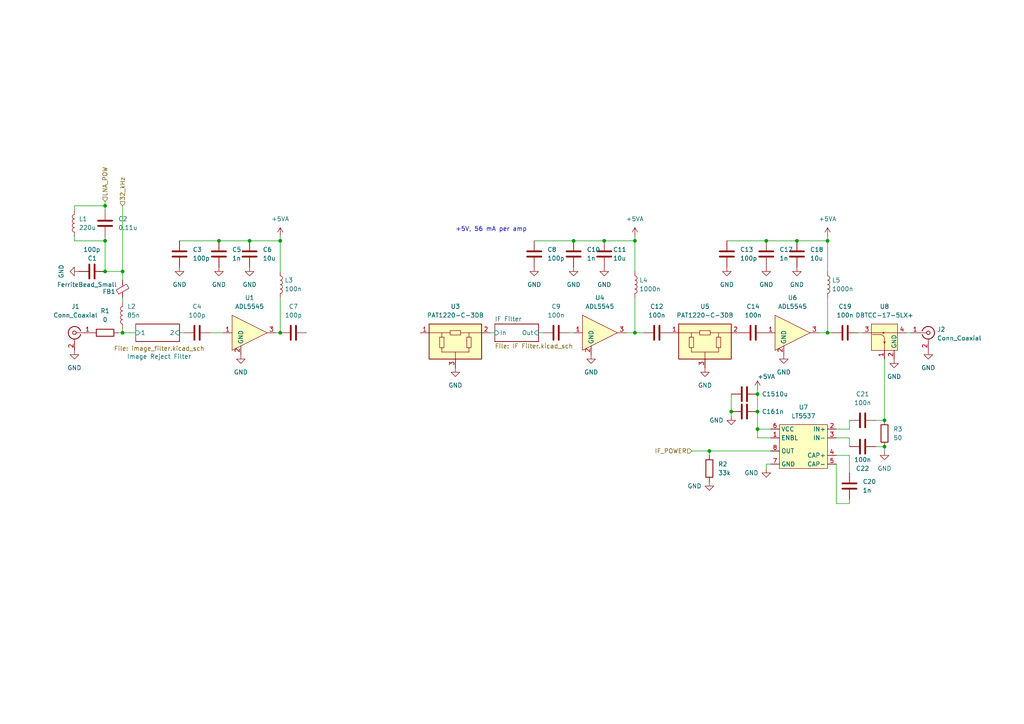
<source format=kicad_sch>
(kicad_sch (version 20211123) (generator eeschema)
  (paper "A4")
  (lib_symbols
    (symbol "Connector:Conn_Coaxial" (pin_names (offset 1.016) hide)
      (property "Reference" "J" (at 0.254 3.048 0))
      (property "Value" "Conn_Coaxial" (at 2.921 0 90))
      (symbol "Conn_Coaxial_0_1"
        (arc (start -1.778 -0.508) (mid 0.222 -1.808) (end 1.778 0) (stroke (width 0.254)))
        (polyline (pts (xy -2.54 0) (xy -0.508 0)))
        (polyline (pts (xy 0 -2.54) (xy 0 -1.778)))
        (circle (center 0 0) (radius 0.508) (stroke (width 0.2032)))
        (arc (start 1.778 0) (mid 0.222 1.8083) (end -1.778 0.508) (stroke (width 0.254)))
      )
      (symbol "Conn_Coaxial_1_1"
        (pin passive line (at -5.08 0 0) (length 2.54) (name "In") (number "1"))
        (pin passive line (at 0 -5.08 90) (length 2.54) (name "Ext") (number "2"))
      )
    )
    (symbol "Device:C" (pin_numbers hide) (pin_names (offset 0.254))
      (property "Reference" "C" (at 0.635 2.54 0))
      (property "Value" "C" (at 0.635 -2.54 0))
      (symbol "C_0_1"
        (polyline (pts (xy -2.032 -0.762) (xy 2.032 -0.762)) (stroke (width 0.508)))
        (polyline (pts (xy -2.032 0.762) (xy 2.032 0.762)) (stroke (width 0.508)))
      )
      (symbol "C_1_1"
        (pin passive line (at 0 3.81 270) (length 2.794) (name "~") (number "1"))
        (pin passive line (at 0 -3.81 90) (length 2.794) (name "~") (number "2"))
      )
    )
    (symbol "Device:FerriteBead_Small" (pin_numbers hide) (pin_names (offset 0))
      (property "Reference" "FB" (at 1.905 1.27 0))
      (property "Value" "FerriteBead_Small" (at 1.905 -1.27 0))
      (symbol "FerriteBead_Small_0_1"
        (polyline (pts (xy 0 -1.27) (xy 0 -0.7874)))
        (polyline (pts (xy 0 0.889) (xy 0 1.2954)))
        (polyline (pts (xy -1.8288 0.2794) (xy -1.1176 1.4986) (xy 1.8288 -0.2032) (xy 1.1176 -1.4224) (xy -1.8288 0.2794)))
      )
      (symbol "FerriteBead_Small_1_1"
        (pin passive line (at 0 2.54 270) (length 1.27) (name "~") (number "1"))
        (pin passive line (at 0 -2.54 90) (length 1.27) (name "~") (number "2"))
      )
    )
    (symbol "Device:L" (pin_numbers hide) (pin_names (offset 1.016) hide)
      (property "Reference" "L" (at -1.27 0 90))
      (property "Value" "L" (at 1.905 0 90))
      (symbol "L_0_1"
        (arc (start 0 -2.54) (mid 0.635 -1.905) (end 0 -1.27))
        (arc (start 0 -1.27) (mid 0.635 -0.635) (end 0 0))
        (arc (start 0 0) (mid 0.635 0.635) (end 0 1.27))
        (arc (start 0 1.27) (mid 0.635 1.905) (end 0 2.54))
      )
      (symbol "L_1_1"
        (pin passive line (at 0 3.81 270) (length 1.27) (name "1") (number "1"))
        (pin passive line (at 0 -3.81 90) (length 1.27) (name "2") (number "2"))
      )
    )
    (symbol "Device:R" (pin_numbers hide) (pin_names (offset 0))
      (property "Reference" "R" (at 2.032 0 90))
      (property "Value" "R" (at 0 0 90))
      (symbol "R_0_1"
        (rectangle (start -1.016 -2.54) (end 1.016 2.54) (stroke (width 0.254)))
      )
      (symbol "R_1_1"
        (pin passive line (at 0 3.81 270) (length 1.27) (name "~") (number "1"))
        (pin passive line (at 0 -3.81 90) (length 1.27) (name "~") (number "2"))
      )
    )
    (symbol "Project Library:ADL5545"
      (property "Reference" "U" (at 0 3.81 0))
      (property "Value" "ADL5545" (at 0 6.35 0))
      (symbol "ADL5545_0_1"
        (polyline (pts (xy -5.08 5.08) (xy -5.08 -5.08) (xy 5.08 0) (xy -5.08 5.08)) (fill (type background)))
      )
      (symbol "ADL5545_1_1"
        (pin input line (at -7.62 0 0) (length 2.54) (name "") (number "1"))
        (pin output line (at -2.54 -6.35 90) (length 2.54) (name "GND") (number "2"))
        (pin output line (at 7.62 0 180) (length 2.54) (name "") (number "3"))
      )
    )
    (symbol "Project Library:DBTCC-17-5LX+"
      (property "Reference" "U" (at 0 5.08 0))
      (property "Value" "DBTCC-17-5LX+" (at 1.27 7.62 0))
      (symbol "DBTCC-17-5LX+_0_1"
        (rectangle (start -3.81 3.81) (end 3.81 -3.81) (fill (type background)))
        (polyline (pts (xy -3.81 1.27) (xy 3.81 1.27)))
        (polyline (pts (xy -1.27 -2.54) (xy -1.27 -2.54)))
        (polyline (pts (xy -1.27 -1.27) (xy -1.27 -1.27)))
        (polyline (pts (xy -1.27 0.762) (xy -3.556 0.762)))
        (polyline (pts (xy 0 -1.778) (xy -0.254 -1.27)))
        (polyline (pts (xy 0 -1.778) (xy 0.254 -1.27)))
        (polyline (pts (xy 0 -0.508) (xy 0 -3.81)))
        (polyline (pts (xy 0 1.27) (xy -0.508 1.016)))
        (polyline (pts (xy 0 1.27) (xy -0.508 1.524)))
        (arc (start 0.0025 -0.5055) (mid -0.3702 0.3918) (end -1.2675 0.7645))
      )
      (symbol "DBTCC-17-5LX+_1_1"
        (pin output line (at 0 -6.35 90) (length 2.54) (name "") (number "1"))
        (pin output line (at 2.794 -6.35 90) (length 2.54) (name "GND") (number "2"))
        (pin input line (at -6.35 1.27 0) (length 2.54) (name "") (number "3"))
        (pin output line (at 6.35 1.27 180) (length 2.54) (name "") (number "4"))
      )
    )
    (symbol "Project Library:LT5537"
      (property "Reference" "U" (at 0 7.62 0))
      (property "Value" "LT5537" (at 0 10.16 0))
      (symbol "LT5537_0_1"
        (rectangle (start -6.35 6.35) (end 7.62 -6.35) (fill (type background)))
      )
      (symbol "LT5537_1_1"
        (pin input line (at 10.16 2.54 180) (length 2.54) (name "ENBL") (number "1"))
        (pin input line (at -8.89 5.08 0) (length 2.54) (name "IN+") (number "2"))
        (pin input line (at -8.89 2.54 0) (length 2.54) (name "IN-") (number "3"))
        (pin input line (at -8.89 -2.54 0) (length 2.54) (name "CAP+") (number "4"))
        (pin input line (at -8.89 -5.08 0) (length 2.54) (name "CAP-") (number "5"))
        (pin power_in line (at 10.16 5.08 180) (length 2.54) (name "VCC") (number "6"))
        (pin power_in line (at 10.16 -5.08 180) (length 2.54) (name "GND") (number "7"))
        (pin output line (at 10.16 -1.27 180) (length 2.54) (name "OUT") (number "8"))
      )
    )
    (symbol "RF:PAT1220-C-3DB"
      (property "Reference" "U" (at -6.35 6.35 0))
      (property "Value" "PAT1220-C-3DB" (at 5.08 6.35 0))
      (symbol "PAT1220-C-3DB_0_1"
        (rectangle (start -7.62 5.08) (end 7.62 -5.08) (stroke (width 0.254)) (fill (type background)))
        (polyline (pts (xy -3.937 -3.048) (xy 3.937 -3.048)))
        (polyline (pts (xy -3.937 1.27) (xy -3.937 2.54)))
        (polyline (pts (xy -1.524 2.54) (xy -7.62 2.54)))
        (polyline (pts (xy 0 -5.08) (xy 0 -3.048)))
        (polyline (pts (xy 3.937 1.27) (xy 3.937 2.54)))
        (pin passive line (at 0 -7.62 90) (length 2.54) (name "~") (number "3"))
      )
      (symbol "PAT1220-C-3DB_1_1"
        (rectangle (start -4.572 -1.778) (end -3.302 1.27))
        (rectangle (start -1.524 3.175) (end 1.524 1.905))
        (polyline (pts (xy -3.937 -3.048) (xy -3.937 -1.778)))
        (polyline (pts (xy 3.937 -3.048) (xy 3.937 -1.778)))
        (polyline (pts (xy 7.62 2.54) (xy 1.524 2.54)))
        (rectangle (start 3.302 -1.778) (end 4.572 1.27))
        (pin passive line (at -10.16 2.54 0) (length 2.54) (name "~") (number "1"))
        (pin passive line (at 10.16 2.54 180) (length 2.54) (name "~") (number "2"))
      )
    )
    (symbol "power:+5VA" (power) (pin_names (offset 0))
      (property "Value" "+5VA" (at 0 3.556 0))
      (symbol "+5VA_0_1"
        (polyline (pts (xy -0.762 1.27) (xy 0 2.54)))
        (polyline (pts (xy 0 0) (xy 0 2.54)))
        (polyline (pts (xy 0 2.54) (xy 0.762 1.27)))
      )
      (symbol "+5VA_1_1"
        (pin power_in line (at 0 0 90) (length 0) hide (name "+5VA") (number "1"))
      )
    )
    (symbol "power:GND" (power) (pin_names (offset 0))
      (property "Value" "GND" (at 0 -3.81 0))
      (symbol "GND_0_1"
        (polyline (pts (xy 0 0) (xy 0 -1.27) (xy 1.27 -1.27) (xy 0 -2.54) (xy -1.27 -1.27) (xy 0 -1.27)))
      )
      (symbol "GND_1_1"
        (pin power_in line (at 0 0 270) (length 0) hide (name "GND") (number "1"))
      )
    )
  )
  (junction (at 30.48 59.69))
  (junction (at 166.37 69.85))
  (junction (at 63.5 69.85))
  (junction (at 212.09 119.38))
  (junction (at 205.74 130.81))
  (junction (at 175.26 69.85))
  (junction (at 81.28 96.52))
  (junction (at 240.03 69.85))
  (junction (at 72.39 69.85))
  (junction (at 35.56 96.52))
  (junction (at 219.71 124.46))
  (junction (at 256.54 129.54))
  (junction (at 35.56 78.74))
  (junction (at 240.03 96.52))
  (junction (at 219.71 119.38))
  (junction (at 256.54 121.92))
  (junction (at 231.14 69.85))
  (junction (at 30.48 78.74))
  (junction (at 184.15 69.85))
  (junction (at 184.15 96.52))
  (junction (at 219.71 114.3))
  (junction (at 81.28 69.85))
  (junction (at 222.25 69.85))
  (junction (at 30.48 69.85))
  (wire (pts (xy 184.15 86.36) (xy 184.15 96.52)))
  (wire (pts (xy 80.01 96.52) (xy 81.28 96.52)))
  (wire (pts (xy 181.61 96.52) (xy 184.15 96.52)))
  (wire (pts (xy 156.21 96.52) (xy 157.48 96.52)))
  (wire (pts (xy 240.03 78.74) (xy 240.03 69.85)))
  (wire (pts (xy 205.74 130.81) (xy 205.74 132.08)))
  (wire (pts (xy 21.59 69.85) (xy 30.48 69.85)))
  (wire (pts (xy 222.25 69.85) (xy 210.82 69.85)))
  (wire (pts (xy 165.1 96.52) (xy 166.37 96.52)))
  (wire (pts (xy 237.49 96.52) (xy 240.03 96.52)))
  (wire (pts (xy 200.66 130.81) (xy 205.74 130.81)))
  (wire (pts (xy 262.89 96.52) (xy 264.16 96.52)))
  (wire (pts (xy 246.38 146.05) (xy 246.38 144.78)))
  (wire (pts (xy 60.96 96.52) (xy 64.77 96.52)))
  (wire (pts (xy 222.25 134.62) (xy 222.25 135.89)))
  (wire (pts (xy 246.38 121.92) (xy 246.38 124.46)))
  (wire (pts (xy 21.59 59.69) (xy 30.48 59.69)))
  (wire (pts (xy 256.54 104.14) (xy 256.54 121.92)))
  (wire (pts (xy 219.71 119.38) (xy 219.71 114.3)))
  (wire (pts (xy 35.56 78.74) (xy 35.56 81.28)))
  (wire (pts (xy 246.38 124.46) (xy 242.57 124.46)))
  (wire (pts (xy 30.48 69.85) (xy 30.48 78.74)))
  (wire (pts (xy 219.71 114.3) (xy 219.71 113.03)))
  (wire (pts (xy 166.37 69.85) (xy 154.94 69.85)))
  (wire (pts (xy 246.38 129.54) (xy 246.38 127)))
  (wire (pts (xy 223.52 127) (xy 219.71 127)))
  (wire (pts (xy 35.56 96.52) (xy 39.37 96.52)))
  (wire (pts (xy 205.74 130.81) (xy 223.52 130.81)))
  (wire (pts (xy 223.52 134.62) (xy 222.25 134.62)))
  (wire (pts (xy 175.26 69.85) (xy 184.15 69.85)))
  (wire (pts (xy 248.92 96.52) (xy 250.19 96.52)))
  (wire (pts (xy 30.48 69.85) (xy 30.48 68.58)))
  (wire (pts (xy 231.14 69.85) (xy 222.25 69.85)))
  (wire (pts (xy 240.03 86.36) (xy 240.03 96.52)))
  (wire (pts (xy 30.48 78.74) (xy 35.56 78.74)))
  (wire (pts (xy 81.28 86.36) (xy 81.28 96.52)))
  (wire (pts (xy 242.57 146.05) (xy 246.38 146.05)))
  (wire (pts (xy 184.15 68.58) (xy 184.15 69.85)))
  (wire (pts (xy 256.54 129.54) (xy 256.54 130.81)))
  (wire (pts (xy 246.38 127) (xy 242.57 127)))
  (wire (pts (xy 212.09 114.3) (xy 212.09 119.38)))
  (wire (pts (xy 35.56 96.52) (xy 35.56 95.25)))
  (wire (pts (xy 254 129.54) (xy 256.54 129.54)))
  (wire (pts (xy 21.59 60.96) (xy 21.59 59.69)))
  (wire (pts (xy 219.71 127) (xy 219.71 124.46)))
  (wire (pts (xy 72.39 69.85) (xy 63.5 69.85)))
  (wire (pts (xy 142.24 96.52) (xy 143.51 96.52)))
  (wire (pts (xy 21.59 68.58) (xy 21.59 69.85)))
  (wire (pts (xy 212.09 119.38) (xy 212.09 120.65)))
  (wire (pts (xy 81.28 78.74) (xy 81.28 69.85)))
  (wire (pts (xy 240.03 96.52) (xy 241.3 96.52)))
  (wire (pts (xy 34.29 96.52) (xy 35.56 96.52)))
  (wire (pts (xy 242.57 132.08) (xy 246.38 132.08)))
  (wire (pts (xy 30.48 59.69) (xy 30.48 60.96)))
  (wire (pts (xy 219.71 124.46) (xy 219.71 119.38)))
  (wire (pts (xy 30.48 58.42) (xy 30.48 59.69)))
  (wire (pts (xy 35.56 59.69) (xy 35.56 78.74)))
  (wire (pts (xy 254 121.92) (xy 256.54 121.92)))
  (wire (pts (xy 81.28 68.58) (xy 81.28 69.85)))
  (wire (pts (xy 52.07 96.52) (xy 53.34 96.52)))
  (wire (pts (xy 223.52 124.46) (xy 219.71 124.46)))
  (wire (pts (xy 246.38 132.08) (xy 246.38 137.16)))
  (wire (pts (xy 63.5 69.85) (xy 52.07 69.85)))
  (wire (pts (xy 35.56 87.63) (xy 35.56 86.36)))
  (wire (pts (xy 240.03 69.85) (xy 231.14 69.85)))
  (wire (pts (xy 166.37 69.85) (xy 175.26 69.85)))
  (wire (pts (xy 242.57 134.62) (xy 242.57 146.05)))
  (wire (pts (xy 81.28 69.85) (xy 72.39 69.85)))
  (wire (pts (xy 184.15 78.74) (xy 184.15 69.85)))
  (wire (pts (xy 184.15 96.52) (xy 186.69 96.52)))
  (wire (pts (xy 240.03 68.58) (xy 240.03 69.85)))
  (text "+5V, 56 mA per amp\n" (at 132.08 67.31 0) (effects (font (size 1.27 1.27)) (justify left bottom)))
  (hierarchical_label "IF_POWER" (shape input) (at 200.66 130.81 180))
  (hierarchical_label "32_kHz" (shape input) (at 35.56 59.69 90))
  (hierarchical_label "LNA_POW" (shape input) (at 30.48 58.42 90))
  (symbol (lib_id "power:GND") (at 231.14 77.47 0)
    (property "Reference" "#PWR023" (effects hide))
    (property "Value" "GND" (at 231.14 82.55 0))
  )
  (symbol (lib_id "Connector:Conn_Coaxial") (at 21.59 96.52 0) (mirror y)
    (property "Reference" "J1" (at 21.9074 88.9 0))
    (property "Value" "Conn_Coaxial" (at 21.9074 91.44 0))
    (property "Footprint" "Library:SMA_Samtec_SMA-J-P-X-ST-EM1_EdgeMount" (effects hide))
    (property "Datasheet" " ~" (effects hide))
  )
  (symbol (lib_id "Device:C") (at 161.29 96.52 90)
    (property "Reference" "C9" (at 161.29 88.9 90))
    (property "Value" "100n" (at 161.29 91.44 90))
    (property "Footprint" "Capacitor_SMD:C_0402_1005Metric" (effects hide))
  )
  (symbol (lib_id "power:GND") (at 205.74 139.7 0)
    (property "Reference" "#PWR016" (effects hide))
    (property "Value" "GND" (at 199.39 140.97 0) (effects (justify left)))
  )
  (symbol (lib_id "power:GND") (at 132.08 106.68 0)
    (property "Reference" "#PWR09" (effects hide))
    (property "Value" "GND" (at 132.08 111.76 0))
  )
  (symbol (lib_id "power:GND") (at 222.25 77.47 0)
    (property "Reference" "#PWR020" (effects hide))
    (property "Value" "GND" (at 222.25 82.55 0))
  )
  (symbol (lib_id "Device:C") (at 30.48 64.77 0)
    (property "Reference" "C2" (at 34.29 63.4999 0) (effects (justify left)))
    (property "Value" "0.11u" (at 34.29 66.0399 0) (effects (justify left)))
  )
  (symbol (lib_id "power:GND") (at 22.86 78.74 270) (mirror x)
    (property "Reference" "#PWR02" (effects hide))
    (property "Value" "GND" (at 17.78 78.74 0))
  )
  (symbol (lib_id "Device:C") (at 190.5 96.52 90)
    (property "Reference" "C12" (at 190.5 88.9 90))
    (property "Value" "100n" (at 190.5 91.44 90))
    (property "Footprint" "Capacitor_SMD:C_0402_1005Metric" (effects hide))
  )
  (symbol (lib_id "power:GND") (at 204.47 106.68 0)
    (property "Reference" "#PWR015" (effects hide))
    (property "Value" "GND" (at 204.47 111.76 0))
  )
  (symbol (lib_id "power:GND") (at 69.85 102.87 0)
    (property "Reference" "#PWR05" (effects hide))
    (property "Value" "GND" (at 69.85 107.95 0))
  )
  (symbol (lib_id "Device:C") (at 250.19 121.92 90)
    (property "Reference" "C21" (at 250.19 114.3 90))
    (property "Value" "100n" (at 250.19 116.84 90))
    (property "Footprint" "Capacitor_SMD:C_0402_1005Metric" (effects hide))
  )
  (symbol (lib_id "power:GND") (at 259.334 104.14 0)
    (property "Reference" "#PWR026" (effects hide))
    (property "Value" "GND" (at 259.334 109.22 0))
  )
  (symbol (lib_id "Device:R") (at 30.48 96.52 90)
    (property "Reference" "R1" (at 30.48 90.17 90))
    (property "Value" "0" (at 30.48 92.71 90))
    (property "Footprint" "Resistor_SMD:R_0402_1005Metric" (effects hide))
  )
  (symbol (lib_id "power:GND") (at 63.5 77.47 0)
    (property "Reference" "#PWR04" (effects hide))
    (property "Value" "GND" (at 63.5 82.55 0))
  )
  (symbol (lib_id "Device:C") (at 85.09 96.52 90)
    (property "Reference" "C7" (at 85.09 88.9 90))
    (property "Value" "100p" (at 85.09 91.44 90))
    (property "Footprint" "Capacitor_SMD:C_0402_1005Metric" (effects hide))
  )
  (symbol (lib_id "power:GND") (at 154.94 77.47 0)
    (property "Reference" "#PWR010" (effects hide))
    (property "Value" "GND" (at 154.94 82.55 0))
  )
  (symbol (lib_id "Device:C") (at 63.5 73.66 180)
    (property "Reference" "C5" (at 67.31 72.3899 0) (effects (justify right)))
    (property "Value" "1n" (at 67.31 74.9299 0) (effects (justify right)))
    (property "Footprint" "Capacitor_SMD:C_0603_1608Metric" (effects hide))
  )
  (symbol (lib_id "power:+5VA") (at 240.03 68.58 0)
    (property "Reference" "#PWR024" (effects hide))
    (property "Value" "+5VA" (at 240.03 63.5 0))
  )
  (symbol (lib_id "power:GND") (at 171.45 102.87 0)
    (property "Reference" "#PWR012" (effects hide))
    (property "Value" "GND" (at 171.45 107.95 0))
  )
  (symbol (lib_id "RF:PAT1220-C-3DB") (at 204.47 99.06 0)
    (property "Reference" "U5" (at 204.47 88.9 0))
    (property "Value" "PAT1220-C-3DB" (at 204.47 91.44 0))
    (property "Footprint" "RF_Converter:RF_Attenuator_Susumu_PAT1220" (effects hide))
    (property "Datasheet" "https://www.susumu.co.jp/common/pdf/n_catalog_partition16_en.pdf" (effects hide))
  )
  (symbol (lib_id "Device:C") (at 245.11 96.52 90)
    (property "Reference" "C19" (at 245.11 88.9 90))
    (property "Value" "100n" (at 245.11 91.44 90))
    (property "Footprint" "Capacitor_SMD:C_0402_1005Metric" (effects hide))
  )
  (symbol (lib_id "Device:FerriteBead_Small") (at 35.56 83.82 0) (mirror x)
    (property "Reference" "FB1" (at 29.718 84.582 0) (effects (justify left)))
    (property "Value" "FerriteBead_Small" (at 16.51 82.55 0) (effects (justify left)))
  )
  (symbol (lib_id "Device:C") (at 175.26 73.66 180)
    (property "Reference" "C11" (at 177.8 72.39 0) (effects (justify right)))
    (property "Value" "10u" (at 177.8 74.93 0) (effects (justify right)))
    (property "Footprint" "Capacitor_SMD:C_1206_3216Metric" (effects hide))
  )
  (symbol (lib_id "Device:C") (at 52.07 73.66 180)
    (property "Reference" "C3" (at 55.88 72.3899 0) (effects (justify right)))
    (property "Value" "100p" (at 55.88 74.9299 0) (effects (justify right)))
    (property "Footprint" "Capacitor_SMD:C_0603_1608Metric" (effects hide))
  )
  (symbol (lib_id "Device:C") (at 250.19 129.54 90)
    (property "Reference" "C22" (at 250.19 135.89 90))
    (property "Value" "100n" (at 250.19 133.35 90))
    (property "Footprint" "Capacitor_SMD:C_0402_1005Metric" (effects hide))
  )
  (symbol (lib_id "Device:C") (at 72.39 73.66 180)
    (property "Reference" "C6" (at 76.2 72.3899 0) (effects (justify right)))
    (property "Value" "10u" (at 76.2 74.9299 0) (effects (justify right)))
    (property "Footprint" "Capacitor_SMD:C_1206_3216Metric" (effects hide))
  )
  (symbol (lib_id "Connector:Conn_Coaxial") (at 269.24 96.52 0)
    (property "Reference" "J2" (at 271.78 95.5431 0) (effects (justify left)))
    (property "Value" "Conn_Coaxial" (at 271.78 98.0831 0) (effects (justify left)))
    (property "Footprint" "Library:SMA_Samtec_SMA-J-P-X-ST-EM1_EdgeMount" (effects hide))
    (property "Datasheet" " ~" (effects hide))
  )
  (symbol (lib_id "power:GND") (at 222.25 135.89 0)
    (property "Reference" "#PWR021" (effects hide))
    (property "Value" "GND" (at 215.9 137.16 0) (effects (justify left)))
  )
  (symbol (lib_id "Device:C") (at 57.15 96.52 90)
    (property "Reference" "C4" (at 57.15 88.9 90))
    (property "Value" "100p" (at 57.15 91.44 90))
    (property "Footprint" "Capacitor_SMD:C_0402_1005Metric" (effects hide))
  )
  (symbol (lib_id "Project Library:DBTCC-17-5LX+") (at 256.54 97.79 0)
    (property "Reference" "U8" (at 256.54 88.9 0))
    (property "Value" "DBTCC-17-5LX+" (at 256.54 91.44 0))
    (property "Footprint" "Library:AT1642" (effects hide))
    (property "Datasheet" "https://www.minicircuits.com/pdfs/DBTC-17-5LX+.pdf" (effects hide))
  )
  (symbol (lib_id "power:GND") (at 227.33 102.87 0)
    (property "Reference" "#PWR022" (effects hide))
    (property "Value" "GND" (at 227.33 107.95 0))
  )
  (symbol (lib_id "Project Library:ADL5545") (at 229.87 96.52 0)
    (property "Reference" "U6" (at 229.87 86.36 0))
    (property "Value" "ADL5545" (at 229.87 88.9 0))
    (property "Footprint" "Library:ADL5545" (effects hide))
  )
  (symbol (lib_id "Device:L") (at 35.56 91.44 180)
    (property "Reference" "L2" (at 39.37 88.9 0) (effects (justify left)))
    (property "Value" "85n" (at 40.64 91.44 0) (effects (justify left)))
  )
  (symbol (lib_id "Device:C") (at 222.25 73.66 180)
    (property "Reference" "C17" (at 226.06 72.3899 0) (effects (justify right)))
    (property "Value" "1n" (at 226.06 74.9299 0) (effects (justify right)))
    (property "Footprint" "Capacitor_SMD:C_0603_1608Metric" (effects hide))
  )
  (symbol (lib_id "Device:C") (at 154.94 73.66 180)
    (property "Reference" "C8" (at 158.75 72.3899 0) (effects (justify right)))
    (property "Value" "100p" (at 158.75 74.9299 0) (effects (justify right)))
    (property "Footprint" "Capacitor_SMD:C_0603_1608Metric" (effects hide))
  )
  (symbol (lib_id "Device:R") (at 205.74 135.89 0)
    (property "Reference" "R2" (at 208.28 134.6199 0) (effects (justify left)))
    (property "Value" "33k" (at 208.28 137.1599 0) (effects (justify left)))
  )
  (symbol (lib_id "Device:L") (at 240.03 82.55 0)
    (property "Reference" "L5" (at 241.3 81.2799 0) (effects (justify left)))
    (property "Value" "1000n" (at 241.3 83.8199 0) (effects (justify left)))
    (property "Footprint" "Inductor_SMD:L_0603_1608Metric" (effects hide))
  )
  (symbol (lib_id "power:GND") (at 175.26 77.47 0)
    (property "Reference" "#PWR013" (effects hide))
    (property "Value" "GND" (at 175.26 82.55 0))
  )
  (symbol (lib_id "power:GND") (at 21.59 101.6 0)
    (property "Reference" "#PWR01" (effects hide))
    (property "Value" "GND" (at 21.59 106.68 0))
  )
  (symbol (lib_id "power:GND") (at 269.24 101.6 0)
    (property "Reference" "#PWR027" (effects hide))
    (property "Value" "GND" (at 269.24 106.68 0))
  )
  (symbol (lib_id "Device:L") (at 184.15 82.55 0)
    (property "Reference" "L4" (at 185.42 81.2799 0) (effects (justify left)))
    (property "Value" "1000n" (at 185.42 83.8199 0) (effects (justify left)))
    (property "Footprint" "Inductor_SMD:L_0603_1608Metric" (effects hide))
  )
  (symbol (lib_id "Device:C") (at 26.67 78.74 90) (mirror x)
    (property "Reference" "C1" (at 25.4 74.93 90) (effects (justify right)))
    (property "Value" "100p" (at 24.13 72.39 90) (effects (justify right)))
    (property "Footprint" "Capacitor_SMD:C_0603_1608Metric" (effects hide))
  )
  (symbol (lib_id "Project Library:ADL5545") (at 72.39 96.52 0)
    (property "Reference" "U1" (at 72.39 86.36 0))
    (property "Value" "ADL5545" (at 72.39 88.9 0))
    (property "Footprint" "Library:ADL5545" (effects hide))
  )
  (symbol (lib_id "Device:C") (at 231.14 73.66 180)
    (property "Reference" "C18" (at 234.95 72.3899 0) (effects (justify right)))
    (property "Value" "10u" (at 234.95 74.9299 0) (effects (justify right)))
    (property "Footprint" "Capacitor_SMD:C_1206_3216Metric" (effects hide))
  )
  (symbol (lib_id "Project Library:ADL5545") (at 173.99 96.52 0)
    (property "Reference" "U4" (at 173.99 86.36 0))
    (property "Value" "ADL5545" (at 173.99 88.9 0))
    (property "Footprint" "Library:ADL5545" (effects hide))
  )
  (symbol (lib_id "Device:C") (at 215.9 114.3 90)
    (property "Reference" "C15" (at 220.98 114.3 90) (effects (justify right)))
    (property "Value" "10u" (at 224.79 114.3 90) (effects (justify right)))
    (property "Footprint" "Capacitor_SMD:C_1206_3216Metric" (effects hide))
  )
  (symbol (lib_id "power:+5VA") (at 184.15 68.58 0)
    (property "Reference" "#PWR014" (effects hide))
    (property "Value" "+5VA" (at 184.15 63.5 0))
  )
  (symbol (lib_id "Device:C") (at 218.44 96.52 90)
    (property "Reference" "C14" (at 218.44 88.9 90))
    (property "Value" "100n" (at 218.44 91.44 90))
    (property "Footprint" "Capacitor_SMD:C_0402_1005Metric" (effects hide))
  )
  (symbol (lib_id "RF:PAT1220-C-3DB") (at 132.08 99.06 0)
    (property "Reference" "U3" (at 132.08 88.9 0))
    (property "Value" "PAT1220-C-3DB" (at 132.08 91.44 0))
    (property "Footprint" "RF_Converter:RF_Attenuator_Susumu_PAT1220" (effects hide))
    (property "Datasheet" "https://www.susumu.co.jp/common/pdf/n_catalog_partition16_en.pdf" (effects hide))
  )
  (symbol (lib_id "power:GND") (at 72.39 77.47 0)
    (property "Reference" "#PWR06" (effects hide))
    (property "Value" "GND" (at 72.39 82.55 0))
  )
  (symbol (lib_id "power:GND") (at 52.07 77.47 0)
    (property "Reference" "#PWR03" (effects hide))
    (property "Value" "GND" (at 52.07 82.55 0))
  )
  (symbol (lib_id "Device:L") (at 21.59 64.77 0) (mirror y)
    (property "Reference" "L1" (at 22.86 63.4999 0) (effects (justify right)))
    (property "Value" "220u" (at 22.86 66.0399 0) (effects (justify right)))
  )
  (symbol (lib_id "Device:R") (at 256.54 125.73 180)
    (property "Reference" "R3" (at 259.08 124.4599 0) (effects (justify right)))
    (property "Value" "50" (at 259.08 126.9999 0) (effects (justify right)))
  )
  (symbol (lib_id "power:+5VA") (at 219.71 113.03 0)
    (property "Reference" "#PWR019" (effects hide))
    (property "Value" "+5VA" (at 222.25 109.22 0))
  )
  (symbol (lib_id "Device:C") (at 215.9 119.38 90)
    (property "Reference" "C16" (at 220.98 119.38 90) (effects (justify right)))
    (property "Value" "1n" (at 224.79 119.38 90) (effects (justify right)))
    (property "Footprint" "Capacitor_SMD:C_0603_1608Metric" (effects hide))
  )
  (symbol (lib_id "Device:C") (at 210.82 73.66 180)
    (property "Reference" "C13" (at 214.63 72.3899 0) (effects (justify right)))
    (property "Value" "100p" (at 214.63 74.9299 0) (effects (justify right)))
    (property "Footprint" "Capacitor_SMD:C_0603_1608Metric" (effects hide))
  )
  (symbol (lib_id "Device:C") (at 246.38 140.97 180)
    (property "Reference" "C20" (at 250.19 139.6999 0) (effects (justify right)))
    (property "Value" "1n" (at 250.19 142.2399 0) (effects (justify right)))
    (property "Footprint" "Capacitor_SMD:C_0603_1608Metric" (effects hide))
  )
  (symbol (lib_id "power:+5VA") (at 81.28 68.58 0)
    (property "Reference" "#PWR07" (effects hide))
    (property "Value" "+5VA" (at 81.28 63.5 0))
  )
  (symbol (lib_id "Project Library:LT5537") (at 233.68 129.54 0) (mirror y)
    (property "Reference" "U7" (at 233.045 118.11 0))
    (property "Value" "LT5537" (at 233.045 120.65 0))
    (property "Footprint" "Package_DFN_QFN:DFN-8-1EP_2x3mm_P0.5mm_EP0.61x2.2mm" (effects hide))
  )
  (symbol (lib_id "power:GND") (at 256.54 130.81 0)
    (property "Reference" "#PWR025" (effects hide))
    (property "Value" "GND" (at 256.54 135.89 0))
  )
  (symbol (lib_id "power:GND") (at 166.37 77.47 0)
    (property "Reference" "#PWR011" (effects hide))
    (property "Value" "GND" (at 166.37 82.55 0))
  )
  (symbol (lib_id "power:GND") (at 210.82 77.47 0)
    (property "Reference" "#PWR017" (effects hide))
    (property "Value" "GND" (at 210.82 82.55 0))
  )
  (symbol (lib_id "power:GND") (at 212.09 120.65 0)
    (property "Reference" "#PWR018" (effects hide))
    (property "Value" "GND" (at 205.74 121.92 0) (effects (justify left)))
  )
  (symbol (lib_id "Device:C") (at 166.37 73.66 180)
    (property "Reference" "C10" (at 170.18 72.3899 0) (effects (justify right)))
    (property "Value" "1n" (at 170.18 74.9299 0) (effects (justify right)))
    (property "Footprint" "Capacitor_SMD:C_0603_1608Metric" (effects hide))
  )
  (symbol (lib_id "Device:L") (at 81.28 82.55 0)
    (property "Reference" "L3" (at 82.55 81.2799 0) (effects (justify left)))
    (property "Value" "100n" (at 82.55 83.8199 0) (effects (justify left)))
    (property "Footprint" "Inductor_SMD:L_0603_1608Metric" (effects hide))
  )
  (sheet (at 39.37 93.98) (size 12.7 5.08) (stroke (width 0.1524))
    (property "Sheet name" "Image Reject Filter" (at 36.83 104.14 0) (effects (justify left bottom)))
    (property "Sheet file" "image_filter.kicad_sch" (at 33.02 100.33 0) (effects (justify left top)))
    (pin "2" input (at 52.07 96.52 0))
    (pin "1" input (at 39.37 96.52 180))
  )
  (sheet (at 143.51 93.98) (size 12.7 5.08) (stroke (width 0.1524))
    (property "Sheet name" "IF Filter" (at 143.51 93.2684 0) (effects (justify left bottom)))
    (property "Sheet file" "IF Filter.kicad_sch" (at 143.51 99.6446 0) (effects (justify left top)))
    (pin "Out" input (at 156.21 96.52 0))
    (pin "In" input (at 143.51 96.52 180))
  )
)
</source>
